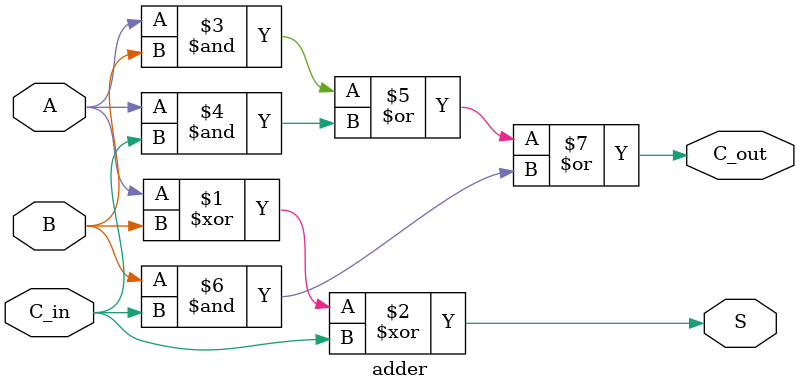
<source format=v>
`timescale 1ns / 1ps

module adder(
    input wire A, B, C_in,
    output wire S, C_out
    );
    
    assign S = A ^ B ^ C_in;
    assign  C_out = A & B | A & C_in | B & C_in;
endmodule

</source>
